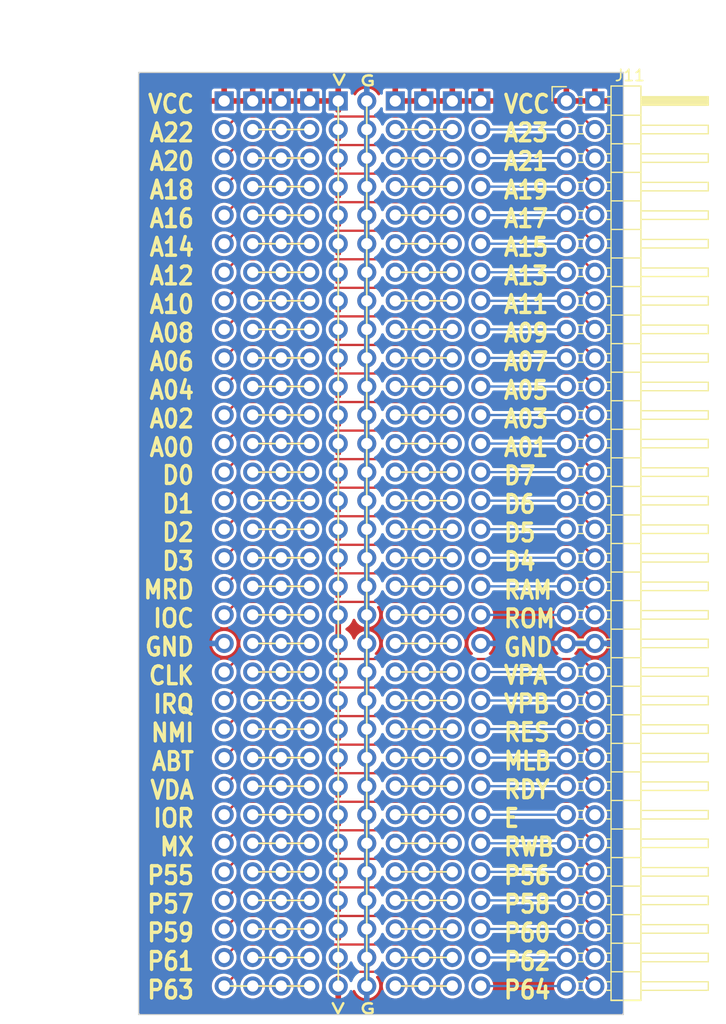
<source format=kicad_pcb>
(kicad_pcb (version 20221018) (generator pcbnew)
  (title_block (title "ITX-65C816") (date "2022-08-27") (rev "1") (company "land-boards.com"))
  (layers (0 "F.Cu" signal) (31 "B.Cu" signal) (36 "B.SilkS" user "B.Silkscreen") (37 "F.SilkS" user "F.Silkscreen") (38 "B.Mask" user) (39 "F.Mask" user) (44 "Edge.Cuts" user))
  (net 0 "")
  (net 1 "/P3")
  (net 2 "GND")
  (net 3 "/P5")
  (net 4 "/P7")
  (net 5 "/P9")
  (net 6 "/P11")
  (net 7 "/P13")
  (net 8 "/P15")
  (net 9 "/P17")
  (net 10 "/P19")
  (net 11 "/P21")
  (net 12 "/P23")
  (net 13 "/P25")
  (net 14 "/P27")
  (net 15 "/P29")
  (net 16 "/P31")
  (net 17 "/P33")
  (net 18 "/P35")
  (net 19 "/P37")
  (net 20 "/P41")
  (net 21 "/P43")
  (net 22 "/P45")
  (net 23 "/P47")
  (net 24 "/P49")
  (net 25 "/P51")
  (net 26 "/P53")
  (net 27 "/P55")
  (net 28 "/P57")
  (net 29 "/P59")
  (net 30 "/P4")
  (net 31 "/P6")
  (net 32 "/P8")
  (net 33 "/P10")
  (net 34 "/P12")
  (net 35 "/P14")
  (net 36 "/P16")
  (net 37 "/P18")
  (net 38 "/P20")
  (net 39 "/P22")
  (net 40 "/P24")
  (net 41 "/P26")
  (net 42 "/P28")
  (net 43 "/P30")
  (net 44 "/P32")
  (net 45 "/P34")
  (net 46 "/P36")
  (net 47 "/P38")
  (net 48 "/P63")
  (net 49 "/P42")
  (net 50 "/P44")
  (net 51 "/P46")
  (net 52 "/P48")
  (net 53 "/P50")
  (net 54 "/P52")
  (net 55 "/P54")
  (net 56 "/P56")
  (net 57 "/P58")
  (net 58 "/P60")
  (net 59 "/P61")
  (net 60 "/P62")
  (net 61 "/P64")
  (net 62 "VCC")
  (net 63 "/CPUA22")
  (net 64 "/CPUA20")
  (net 65 "/CPUA18")
  (net 66 "/CPUA16")
  (net 67 "/CPUA14")
  (net 68 "/CPUA12")
  (net 69 "/CPUA10")
  (net 70 "/CPUA8")
  (net 71 "/CPUA6")
  (net 72 "/CPUA4")
  (net 73 "/CPUA2")
  (net 74 "/CPUA0")
  (net 75 "/CPUD0")
  (net 76 "/CPUD1")
  (net 77 "/CPUD2")
  (net 78 "/CPUD3")
  (net 79 "/~{MEMRD}")
  (net 80 "/~{IOCS}")
  (net 81 "/CPUCLK")
  (net 82 "/~{IRQB}")
  (net 83 "/~{NMIB}")
  (net 84 "/~{ABORT}")
  (net 85 "/VDA")
  (net 86 "/CPUA23")
  (net 87 "/CPUA21")
  (net 88 "/CPUA19")
  (net 89 "/CPUA17")
  (net 90 "/CPUA15")
  (net 91 "/CPUA13")
  (net 92 "/CPUA11")
  (net 93 "/CPUA9")
  (net 94 "/CPUA7")
  (net 95 "/CPUA5")
  (net 96 "/CPUA3")
  (net 97 "/CPUA1")
  (net 98 "/CPUD7")
  (net 99 "/CPUD6")
  (net 100 "/CPUD5")
  (net 101 "/CPUD4")
  (net 102 "/~{RAMCS}")
  (net 103 "/~{ROMCS}")
  (net 104 "/VPA")
  (net 105 "/VPB")
  (net 106 "/~{CPURESB}")
  (net 107 "/MLB")
  (net 108 "/RDY")
  (net 109 "/RWB")
  (net 110 "/CPUE")
  (net 111 "/IOR")
  (net 112 "/MX")
  (net 113 "/X55")
  (net 114 "/X57")
  (net 115 "/X59")
  (net 116 "/X61")
  (net 117 "/X63")
  (net 118 "/X56")
  (net 119 "/X58")
  (net 120 "/X60")
  (net 121 "/X62")
  (net 122 "/X64")
  (net 123 "/P39")
  (net 124 "/P40")
  (footprint "Connector_PinHeader_2.54mm:PinHeader_2x32_P2.54mm_Vertical" (layer "F.Cu") (at 180.34 53.34)
    (fp_text reference "J4" hide)
    (fp_text value "Conn_02x32_Odd_Even")
  )
  (footprint "Connector_PinHeader_2.54mm:PinHeader_1x32_P2.54mm_Vertical" (layer "F.Cu") (at 187.96 53.34)
    (fp_text reference "J2" hide)
    (fp_text value "Conn_01x32")
  )
  (footprint "Connector_PinHeader_2.54mm:PinHeader_1x32_P2.54mm_Vertical" (layer "F.Cu") (at 190.5 53.34)
    (fp_text reference "J1" hide)
    (fp_text value "Conn_01x32")
  )
  (footprint "Connector_PinHeader_2.54mm:PinHeader_1x32_P2.54mm_Vertical" (layer "F.Cu") (at 185.42 53.34)
    (fp_text reference "J3" hide)
    (fp_text value "Conn_01x32")
  )
  (footprint "Connector_PinHeader_2.54mm:PinHeader_1x32_P2.54mm_Vertical" (layer "F.Cu") (at 193.04 53.34)
    (fp_text reference "J10" hide)
    (fp_text value "Conn_01x32")
  )
  (footprint "Connector_PinHeader_2.54mm:PinHeader_1x32_P2.54mm_Vertical" (layer "F.Cu") (at 172.72 53.34)
    (fp_text reference "J7" hide)
    (fp_text value "Conn_01x32")
  )
  (footprint "Connector_PinHeader_2.54mm:PinHeader_1x32_P2.54mm_Vertical" (layer "F.Cu") (at 170.18 53.34)
    (fp_text reference "J9" hide)
    (fp_text value "Conn_01x32")
  )
  (footprint "Connector_PinHeader_2.54mm:PinHeader_1x32_P2.54mm_Vertical" (layer "F.Cu") (at 175.26 53.34)
    (fp_text reference "J6" hide)
    (fp_text value "Conn_01x32")
  )
  (footprint "Connector_PinHeader_2.54mm:PinHeader_1x32_P2.54mm_Vertical" (layer "F.Cu") (at 177.8 53.34)
    (fp_text reference "J5" hide)
    (fp_text value "Conn_01x32")
  )
  (footprint "LandBoards_Conns:PinHeader_2x32_P2.54mm_Horizontal-FLIPPED" (layer "F.Cu") (at 200.66 53.34)
    (fp_text reference "J11")
    (fp_text value "Conn_02x32_Odd_Even")
  )
  (gr_line (start 189.992 68.58) (end 190.5 68.58) (stroke (width 0.15)) (layer "F.SilkS"))
  (gr_line (start 185.42 129.54) (end 190.5 129.54) (stroke (width 0.15)) (layer "F.SilkS"))
  (gr_line (start 172.72 58.42) (end 177.8 58.42) (stroke (width 0.15)) (layer "F.SilkS"))
  (gr_line (start 172.72 81.28) (end 177.8 81.28) (stroke (width 0.15)) (layer "F.SilkS"))
  (gr_line (start 172.72 66.04) (end 177.8 66.04) (stroke (width 0.15)) (layer "F.SilkS"))
  (gr_line (start 172.72 99.06) (end 177.8 99.06) (stroke (width 0.15)) (layer "F.SilkS"))
  (gr_line (start 185.42 86.36) (end 190.5 86.36) (stroke (width 0.15)) (layer "F.SilkS"))
  (gr_line (start 185.42 55.88) (end 190.5 55.88) (stroke (width 0.15)) (layer "F.SilkS"))
  (gr_line (start 172.72 76.2) (end 177.8 76.2) (stroke (width 0.15)) (layer "F.SilkS"))
  (gr_line (start 172.72 78.74) (end 177.8 78.74) (stroke (width 0.15)) (layer "F.SilkS"))
  (gr_line (start 185.42 101.6) (end 190.5 101.6) (stroke (width 0.15)) (layer "F.SilkS"))
  (gr_line (start 172.72 114.3) (end 177.8 114.3) (stroke (width 0.15)) (layer "F.SilkS"))
  (gr_line (start 185.42 76.2) (end 190.5 76.2) (stroke (width 0.15)) (layer "F.SilkS"))
  (gr_line (start 172.72 55.88) (end 177.8 55.88) (stroke (width 0.15)) (layer "F.SilkS"))
  (gr_line (start 185.42 60.96) (end 190.5 60.96) (stroke (width 0.15)) (layer "F.SilkS"))
  (gr_line (start 172.72 71.12) (end 177.8 71.12) (stroke (width 0.15)) (layer "F.SilkS"))
  (gr_line (start 180.34 53.34) (end 180.34 132.08) (stroke (width 0.15)) (layer "F.SilkS"))
  (gr_line (start 172.72 86.36) (end 177.8 86.36) (stroke (width 0.15)) (layer "F.SilkS"))
  (gr_line (start 185.42 124.46) (end 190.5 124.46) (stroke (width 0.15)) (layer "F.SilkS"))
  (gr_line (start 185.42 81.28) (end 190.5 81.28) (stroke (width 0.15)) (layer "F.SilkS"))
  (gr_line (start 172.72 104.14) (end 177.8 104.14) (stroke (width 0.15)) (layer "F.SilkS"))
  (gr_line (start 172.72 93.98) (end 178.308 93.98) (stroke (width 0.15)) (layer "F.SilkS"))
  (gr_line (start 172.72 109.22) (end 177.8 109.22) (stroke (width 0.15)) (layer "F.SilkS"))
  (gr_line (start 185.42 78.74) (end 190.5 78.74) (stroke (width 0.15)) (layer "F.SilkS"))
  (gr_line (start 185.42 58.42) (end 190.5 58.42) (stroke (width 0.15)) (layer "F.SilkS"))
  (gr_line (start 182.88 132.08) (end 182.88 53.34) (stroke (width 0.15)) (layer "F.SilkS"))
  (gr_line (start 172.72 63.5) (end 177.8 63.5) (stroke (width 0.15)) (layer "F.SilkS"))
  (gr_line (start 185.42 104.14) (end 190.5 104.14) (stroke (width 0.15)) (layer "F.SilkS"))
  (gr_line (start 172.72 119.38) (end 177.8 119.38) (stroke (width 0.15)) (layer "F.SilkS"))
  (gr_line (start 172.72 127) (end 177.8 127) (stroke (width 0.15)) (layer "F.SilkS"))
  (gr_line (start 172.72 91.44) (end 177.8 91.44) (stroke (width 0.15)) (layer "F.SilkS"))
  (gr_line (start 185.42 66.04) (end 190.5 66.04) (stroke (width 0.15)) (layer "F.SilkS"))
  (gr_line (start 172.72 60.96) (end 177.8 60.96) (stroke (width 0.15)) (layer "F.SilkS"))
  (gr_line (start 172.72 101.6) (end 177.8 101.6) (stroke (width 0.15)) (layer "F.SilkS"))
  (gr_line (start 172.72 96.52) (end 177.8 96.52) (stroke (width 0.15)) (layer "F.SilkS"))
  (gr_line (start 185.42 68.58) (end 189.992 68.58) (stroke (width 0.15)) (layer "F.SilkS"))
  (gr_line (start 185.42 91.44) (end 190.5 91.44) (stroke (width 0.15)) (layer "F.SilkS"))
  (gr_line (start 185.42 83.82) (end 190.5 83.82) (stroke (width 0.15)) (layer "F.SilkS"))
  (gr_line (start 185.42 121.92) (end 190.5 121.92) (stroke (width 0.15)) (layer "F.SilkS"))
  (gr_line (start 173.228 106.68) (end 177.292 106.68) (stroke (width 0.15)) (layer "F.SilkS"))
  (gr_line (start 172.72 121.92) (end 177.8 121.92) (stroke (width 0.15)) (layer "F.SilkS"))
  (gr_line (start 185.42 132.08) (end 190.5 132.08) (stroke (width 0.15)) (layer "F.SilkS"))
  (gr_line (start 185.42 63.5) (end 190.5 63.5) (stroke (width 0.15)) (layer "F.SilkS"))
  (gr_line (start 172.72 73.66) (end 177.8 73.66) (stroke (width 0.15)) (layer "F.SilkS"))
  (gr_line (start 172.72 68.58) (end 177.8 68.58) (stroke (width 0.15)) (layer "F.SilkS"))
  (gr_line (start 172.72 88.9) (end 177.8 88.9) (stroke (width 0.15)) (layer "F.SilkS"))
  (gr_line (start 185.42 93.98) (end 190.5 93.98) (stroke (width 0.15)) (layer "F.SilkS"))
  (gr_line (start 170.18 132.08) (end 177.8 132.08) (stroke (width 0.15)) (layer "F.SilkS"))
  (gr_line (start 172.72 116.84) (end 177.8 116.84) (stroke (width 0.15)) (layer "F.SilkS"))
  (gr_line (start 185.42 99.06) (end 190.5 99.06) (stroke (width 0.15)) (layer "F.SilkS"))
  (gr_line (start 185.42 111.76) (end 190.5 111.76) (stroke (width 0.15)) (layer "F.SilkS"))
  (gr_line (start 185.42 119.38) (end 190.5 119.38) (stroke (width 0.15)) (layer "F.SilkS"))
  (gr_line (start 172.72 129.54) (end 177.8 129.54) (stroke (width 0.15)) (layer "F.SilkS"))
  (gr_line (start 185.42 73.66) (end 190.5 73.66) (stroke (width 0.15)) (layer "F.SilkS"))
  (gr_line (start 185.928 106.68) (end 190.5 106.68) (stroke (width 0.15)) (layer "F.SilkS"))
  (gr_line (start 185.42 96.52) (end 190.5 96.52) (stroke (width 0.15)) (layer "F.SilkS"))
  (gr_line (start 185.42 71.12) (end 190.5 71.12) (stroke (width 0.15)) (layer "F.SilkS"))
  (gr_line (start 185.42 88.9) (end 190.5 88.9) (stroke (width 0.15)) (layer "F.SilkS"))
  (gr_line (start 172.72 83.82) (end 177.8 83.82) (stroke (width 0.15)) (layer "F.SilkS"))
  (gr_line (start 172.72 111.76) (end 177.8 111.76) (stroke (width 0.15)) (layer "F.SilkS"))
  (gr_line (start 173.228 124.46) (end 177.8 124.46) (stroke (width 0.15)) (layer "F.SilkS"))
  (gr_line (start 185.928 114.3) (end 190.5 114.3) (stroke (width 0.15)) (layer "F.SilkS"))
  (gr_line (start 185.42 127) (end 190.5 127) (stroke (width 0.15)) (layer "F.SilkS"))
  (gr_line (start 185.42 109.22) (end 190.5 109.22) (stroke (width 0.15)) (layer "F.SilkS"))
  (gr_line (start 185.42 116.84) (end 190.5 116.84) (stroke (width 0.15)) (layer "F.SilkS"))
  (gr_line (start 205.74 134.62) (end 205.74 50.8) (stroke (width 0.1)) (layer "Edge.Cuts"))
  (gr_line (start 162.56 134.62) (end 205.74 134.62) (stroke (width 0.1)) (layer "Edge.Cuts"))
  (gr_line (start 162.56 50.8) (end 162.56 134.62) (stroke (width 0.1)) (layer "Edge.Cuts"))
  (gr_line (start 205.74 50.8) (end 162.56 50.8) (stroke (width 0.1)) (layer "Edge.Cuts"))
  (gr_text "IOR\nMX\nP55\nP57\nP59\nP61\nP63" (at 167.64 133.35) (layer "F.SilkS") (effects (font (size 1.58115 1.397) (thickness 0.3048) bold) (justify right bottom)))
  (gr_text "VPA\nVPB\nRES\nMLB\nRDY\nE\nRWB\nP56\nP58\nP60\nP62\nP64" (at 194.945 133.35) (layer "F.SilkS") (effects (font (size 1.58115 1.397) (thickness 0.3048) bold) (justify left bottom)))
  (gr_text "VCC\nA22\nA20\nA18\nA16\nA14\nA12\nA10\nA08\nA06\nA04\nA02\nA00" (at 167.64 85.09) (layer "F.SilkS") (effects (font (size 1.58115 1.397) (thickness 0.3048) bold) (justify right bottom)))
  (gr_text "G" (at 182.118 52.07) (layer "F.SilkS") (effects (font (size 0.889 1.397) (thickness 0.22225) bold) (justify left bottom)))
  (gr_text "V" (at 179.675 52.01) (layer "F.SilkS") (effects (font (size 0.889 1.397) (thickness 0.22225) bold) (justify left bottom)))
  (gr_text "D7\nD6\nD5\nD4\nRAM\nROM\nGND" (at 194.945 102.87) (layer "F.SilkS") (effects (font (size 1.58115 1.397) (thickness 0.3048) bold) (justify left bottom)))
  (gr_text "G" (at 182.118 134.62) (layer "F.SilkS") (effects (font (size 0.889 1.397) (thickness 0.22225) bold) (justify left bottom)))
  (gr_text "V" (at 179.578 134.62) (layer "F.SilkS") (effects (font (size 0.889 1.397) (thickness 0.22225) bold) (justify left bottom)))
  (gr_text "VCC\nA23\nA21\nA19\nA17\nA15\nA13\nA11\nA09\nA07\nA05\nA03\nA01" (at 194.945 85.09) (layer "F.SilkS") (effects (font (size 1.58115 1.397) (thickness 0.3048) bold) (justify left bottom)))
  (gr_text "D0\nD1\nD2\nD3\nMRD\nIOC\nGND\nCLK\nIRQ\nNMI\nABT\nVDA" (at 167.64 115.57) (layer "F.SilkS") (effects (font (size 1.58115 1.397) (thickness 0.3048) bold) (justify right bottom)))
  (segment (start 185.42 55.88) (end 190.5 55.88) (width 0.2032) (layer "F.Cu") (net 1))
  (segment (start 200.66 101.6) (end 203.2 101.6) (width 0.2032) (layer "F.Cu") (net 2))
  (segment (start 185.42 58.42) (end 190.5 58.42) (width 0.2032) (layer "F.Cu") (net 3))
  (segment (start 185.42 60.96) (end 190.5 60.96) (width 0.2032) (layer "F.Cu") (net 4))
  (segment (start 185.42 63.5) (end 190.5 63.5) (width 0.2032) (layer "F.Cu") (net 5))
  (segment (start 185.42 66.04) (end 190.5 66.04) (width 0.2032) (layer "F.Cu") (net 6))
  (segment (start 185.42 68.58) (end 190.5 68.58) (width 0.2032) (layer "F.Cu") (net 7))
  (segment (start 185.42 71.12) (end 190.5 71.12) (width 0.2032) (layer "F.Cu") (net 8))
  (segment (start 185.42 73.66) (end 190.5 73.66) (width 0.2032) (layer "F.Cu") (net 9))
  (segment (start 185.42 76.2) (end 190.5 76.2) (width 0.2032) (layer "F.Cu") (net 10))
  (segment (start 185.42 78.74) (end 190.5 78.74) (width 0.2032) (layer "F.Cu") (net 11))
  (segment (start 185.42 81.28) (end 190.5 81.28) (width 0.2032) (layer "F.Cu") (net 12))
  (segment (start 185.42 83.82) (end 190.5 83.82) (width 0.2032) (layer "F.Cu") (net 13))
  (segment (start 185.42 86.36) (end 190.5 86.36) (width 0.2032) (layer "F.Cu") (net 14))
  (segment (start 185.42 88.9) (end 190.5 88.9) (width 0.2032) (layer "F.Cu") (net 15))
  (segment (start 185.42 91.44) (end 190.5 91.44) (width 0.2032) (layer "F.Cu") (net 16))
  (segment (start 185.42 93.98) (end 190.5 93.98) (width 0.2032) (layer "F.Cu") (net 17))
  (segment (start 185.42 96.52) (end 190.5 96.52) (width 0.2032) (layer "F.Cu") (net 18))
  (segment (start 185.42 99.06) (end 190.5 99.06) (width 0.2032) (layer "F.Cu") (net 19))
  (segment (start 185.42 104.14) (end 190.5 104.14) (width 0.2032) (layer "F.Cu") (net 20))
  (segment (start 185.42 106.68) (end 190.5 106.68) (width 0.2032) (layer "F.Cu") (net 21))
  (segment (start 185.42 109.22) (end 190.5 109.22) (width 0.2032) (layer "F.Cu") (net 22))
  (segment (start 185.42 111.76) (end 190.5 111.76) (width 0.2032) (layer "F.Cu") (net 23))
  (segment (start 185.42 114.3) (end 190.5 114.3) (width 0.2032) (layer "F.Cu") (net 24))
  (segment (start 185.42 116.84) (end 190.5 116.84) (width 0.2032) (layer "F.Cu") (net 25))
  (segment (start 185.42 119.38) (end 190.5 119.38) (width 0.2032) (layer "F.Cu") (net 26))
  (segment (start 185.42 121.92) (end 190.5 121.92) (width 0.2032) (layer "F.Cu") (net 27))
  (segment (start 185.42 124.46) (end 190.5 124.46) (width 0.2032) (layer "F.Cu") (net 28))
  (segment (start 185.42 127) (end 190.5 127) (width 0.2032) (layer "F.Cu") (net 29))
  (segment (start 172.72 55.88) (end 175.26 55.88) (width 0.2032) (layer "F.Cu") (net 30))
  (segment (start 175.26 55.88) (end 177.8 55.88) (width 0.2032) (layer "F.Cu") (net 30))
  (segment (start 175.26 58.42) (end 172.72 58.42) (width 0.2032) (layer "F.Cu") (net 31))
  (segment (start 177.8 58.42) (end 175.26 58.42) (width 0.2032) (layer "F.Cu") (net 31))
  (segment (start 172.72 60.96) (end 175.26 60.96) (width 0.2032) (layer "F.Cu") (net 32))
  (segment (start 175.26 60.96) (end 177.8 60.96) (width 0.2032) (layer "F.Cu") (net 32))
  (segment (start 175.26 63.5) (end 177.8 63.5) (width 0.2032) (layer "F.Cu") (net 33))
  (segment (start 172.72 63.5) (end 175.26 63.5) (width 0.2032) (layer "F.Cu") (net 33))
  (segment (start 175.26 66.04) (end 172.72 66.04) (width 0.2032) (layer "F.Cu") (net 34))
  (segment (start 177.8 66.04) (end 175.26 66.04) (width 0.2032) (layer "F.Cu") (net 34))
  (segment (start 175.26 68.58) (end 177.8 68.58) (width 0.2032) (layer "F.Cu") (net 35))
  (segment (start 172.72 68.58) (end 175.26 68.58) (width 0.2032) (layer "F.Cu") (net 35))
  (segment (start 175.26 71.12) (end 177.8 71.12) (width 0.2032) (layer "F.Cu") (net 36))
  (segment (start 172.72 71.12) (end 175.26 71.12) (width 0.2032) (layer "F.Cu") (net 36))
  (segment (start 177.8 73.66) (end 175.26 73.66) (width 0.2032) (layer "F.Cu") (net 37))
  (segment (start 175.26 73.66) (end 172.72 73.66) (width 0.2032) (layer "F.Cu") (net 37))
  (segment (start 172.72 76.2) (end 175.26 76.2) (width 0.2032) (layer "F.Cu") (net 38))
  (segment (start 177.8 76.2) (end 175.26 76.2) (width 0.2032) (layer "F.Cu") (net 38))
  (segment (start 175.26 78.74) (end 177.8 78.74) (width 0.2032) (layer "F.Cu") (net 39))
  (segment (start 172.72 78.74) (end 175.26 78.74) (width 0.2032) (layer "F.Cu") (net 39))
  (segment (start 172.72 81.28) (end 177.8 81.28) (width 0.2032) (layer "F.Cu") (net 40))
  (segment (start 177.8 83.82) (end 172.72 83.82) (width 0.2032) (layer "F.Cu") (net 41))
  (segment (start 172.72 86.36) (end 177.8 86.36) (width 0.2032) (layer "F.Cu") (net 42))
  (segment (start 172.72 88.9) (end 177.8 88.9) (width 0.2032) (layer "F.Cu") (net 43))
  (segment (start 172.72 91.44) (end 175.26 91.44) (width 0.2032) (layer "F.Cu") (net 44))
  (segment (start 175.26 91.44) (end 177.8 91.44) (width 0.2032) (layer "F.Cu") (net 44))
  (segment (start 172.72 93.98) (end 175.26 93.98) (width 0.2032) (layer "F.Cu") (net 45))
  (segment (start 175.26 93.98) (end 177.8 93.98) (width 0.2032) (layer "F.Cu") (net 45))
  (segment (start 177.8 96.52) (end 172.72 96.52) (width 0.2032) (layer "F.Cu") (net 46))
  (segment (start 172.72 99.06) (end 177.8 99.06) (width 0.2032) (layer "F.Cu") (net 47))
  (segment (start 185.42 132.08) (end 190.5 132.08) (width 0.2032) (layer "F.Cu") (net 48))
  (segment (start 172.72 104.14) (end 177.8 104.14) (width 0.2032) (layer "F.Cu") (net 49))
  (segment (start 172.72 106.68) (end 177.8 106.68) (width 0.2032) (layer "F.Cu") (net 50))
  (segment (start 172.72 109.22) (end 177.8 109.22) (width 0.2032) (layer "F.Cu") (net 51))
  (segment (start 172.72 111.76) (end 177.8 111.76) (width 0.2032) (layer "F.Cu") (net 52))
  (segment (start 172.72 114.3) (end 177.8 114.3) (width 0.2032) (layer "F.Cu") (net 53))
  (segment (start 172.72 116.84) (end 177.8 116.84) (width 0.2032) (layer "F.Cu") (net 54))
  (segment (start 172.72 119.38) (end 177.8 119.38) (width 0.2032) (layer "F.Cu") (net 55))
  (segment (start 172.72 121.92) (end 177.8 121.92) (width 0.2032) (layer "F.Cu") (net 56))
  (segment (start 172.72 124.46) (end 177.8 124.46) (width 0.2032) (layer "F.Cu") (net 57))
  (segment (start 172.72 127) (end 177.8 127) (width 0.2032) (layer "F.Cu") (net 58))
  (segment (start 185.42 129.54) (end 190.5 129.54) (width 0.2032) (layer "F.Cu") (net 59))
  (segment (start 172.72 129.54) (end 177.8 129.54) (width 0.2032) (layer "F.Cu") (net 60))
  (segment (start 172.72 132.08) (end 177.8 132.08) (width 0.2032) (layer "F.Cu") (net 61))
  (segment (start 193.04 53.34) (end 190.5 53.34) (width 0.2032) (layer "F.Cu") (net 62))
  (segment (start 187.96 53.34) (end 185.42 53.34) (width 0.2032) (layer "F.Cu") (net 62))
  (segment (start 175.26 53.34) (end 172.72 53.34) (width 0.2032) (layer "F.Cu") (net 62))
  (segment (start 190.5 53.34) (end 187.96 53.34) (width 0.2032) (layer "F.Cu") (net 62))
  (segment (start 180.34 53.34) (end 177.8 53.34) (width 0.2032) (layer "F.Cu") (net 62))
  (segment (start 172.72 53.34) (end 170.18 53.34) (width 0.2032) (layer "F.Cu") (net 62))
  (segment (start 177.8 53.34) (end 175.26 53.34) (width 0.2032) (layer "F.Cu") (net 62))
  (segment (start 180.34 91.44) (end 180.34 93.98) (width 0.2032) (layer "B.Cu") (net 62))
  (segment (start 180.34 96.52) (end 180.34 99.06) (width 0.2032) (layer "B.Cu") (net 62))
  (segment (start 180.34 55.88) (end 180.34 58.42) (width 0.2032) (layer "B.Cu") (net 62))
  (segment (start 180.34 63.5) (end 180.34 66.04) (width 0.2032) (layer "B.Cu") (net 62))
  (segment (start 180.34 93.98) (end 180.34 96.52) (width 0.2032) (layer "B.Cu") (net 62))
  (segment (start 180.34 116.84) (end 180.34 114.3) (width 0.2032) (layer "B.Cu") (net 62))
  (segment (start 180.34 88.9) (end 180.34 91.44) (width 0.2032) (layer "B.Cu") (net 62))
  (segment (start 180.34 81.28) (end 180.34 83.82) (width 0.2032) (layer "B.Cu") (net 62))
  (segment (start 180.34 101.6) (end 180.34 104.14) (width 0.2032) (layer "B.Cu") (net 62))
  (segment (start 180.34 124.46) (end 180.34 127) (width 0.2032) (layer "B.Cu") (net 62))
  (segment (start 180.34 86.36) (end 180.34 88.9) (width 0.2032) (layer "B.Cu") (net 62))
  (segment (start 180.34 78.74) (end 180.34 81.28) (width 0.2032) (layer "B.Cu") (net 62))
  (segment (start 180.34 121.92) (end 180.34 124.46) (width 0.2032) (layer "B.Cu") (net 62))
  (segment (start 180.34 106.68) (end 180.34 109.22) (width 0.2032) (layer "B.Cu") (net 62))
  (segment (start 180.34 111.76) (end 180.34 114.3) (width 0.2032) (layer "B.Cu") (net 62))
  (segment (start 180.34 99.06) (end 180.34 101.6) (width 0.2032) (layer "B.Cu") (net 62))
  (segment (start 180.34 58.42) (end 180.34 60.96) (width 0.2032) (layer "B.Cu") (net 62))
  (segment (start 180.34 104.14) (end 180.34 106.68) (width 0.2032) (layer "B.Cu") (net 62))
  (segment (start 180.34 71.12) (end 180.34 73.66) (width 0.2032) (layer "B.Cu") (net 62))
  (segment (start 180.34 73.66) (end 180.34 76.2) (width 0.2032) (layer "B.Cu") (net 62))
  (segment (start 180.34 86.36) (end 180.34 83.82) (width 0.2032) (layer "B.Cu") (net 62))
  (segment (start 180.34 116.84) (end 180.34 119.38) (width 0.2032) (layer "B.Cu") (net 62))
  (segment (start 180.34 60.96) (end 180.34 63.5) (width 0.2032) (layer "B.Cu") (net 62))
  (segment (start 180.34 119.38) (end 180.34 121.92) (width 0.2032) (layer "B.Cu") (net 62))
  (segment (start 180.34 53.34) (end 180.34 55.88) (width 0.2032) (layer "B.Cu") (net 62))
  (segment (start 180.34 109.22) (end 180.34 111.76) (width 0.2032) (layer "B.Cu") (net 62))
  (segment (start 180.34 66.04) (end 180.34 68.58) (width 0.2032) (layer "B.Cu") (net 62))
  (segment (start 180.34 68.58) (end 180.34 71.12) (width 0.2032) (layer "B.Cu") (net 62))
  (segment (start 180.34 127) (end 180.34 129.54) (width 0.2032) (layer "B.Cu") (net 62))
  (segment (start 180.34 76.2) (end 180.34 78.74) (width 0.2032) (layer "B.Cu") (net 62))
  (segment (start 203.2 55.88) (end 202.0452 54.7252) (width 0.2032) (layer "F.Cu") (net 63))
  (segment (start 171.3348 54.7252) (end 170.18 55.88) (width 0.2032) (layer "F.Cu") (net 63))
  (segment (start 202.0452 54.7252) (end 171.3348 54.7252) (width 0.2032) (layer "F.Cu") (net 63))
  (segment (start 171.3348 57.2652) (end 170.18 58.42) (width 0.2032) (layer "F.Cu") (net 64))
  (segment (start 203.2 58.42) (end 202.0452 57.2652) (width 0.2032) (layer "F.Cu") (net 64))
  (segment (start 202.0452 57.2652) (end 171.3348 57.2652) (width 0.2032) (layer "F.Cu") (net 64))
  (segment (start 202.0452 59.8052) (end 171.3348 59.8052) (width 0.2032) (layer "F.Cu") (net 65))
  (segment (start 171.3348 59.8052) (end 170.18 60.96) (width 0.2032) (layer "F.Cu") (net 65))
  (segment (start 203.2 60.96) (end 202.0452 59.8052) (width 0.2032) (layer "F.Cu") (net 65))
  (segment (start 171.3348 62.3452) (end 170.18 63.5) (width 0.2032) (layer "F.Cu") (net 66))
  (segment (start 203.2 63.5) (end 202.0452 62.3452) (width 0.2032) (layer "F.Cu") (net 66))
  (segment (start 202.0452 62.3452) (end 171.3348 62.3452) (width 0.2032) (layer "F.Cu") (net 66))
  (segment (start 203.2 66.04) (end 202.0452 64.8852) (width 0.2032) (layer "F.Cu") (net 67))
  (segment (start 171.3348 64.8852) (end 170.18 66.04) (width 0.2032) (layer "F.Cu") (net 67))
  (segment (start 202.0452 64.8852) (end 171.3348 64.8852) (width 0.2032) (layer "F.Cu") (net 67))
  (segment (start 202.0452 67.4252) (end 171.3348 67.4252) (width 0.2032) (layer "F.Cu") (net 68))
  (segment (start 203.2 68.58) (end 202.0452 67.4252) (width 0.2032) (layer "F.Cu") (net 68))
  (segment (start 171.3348 67.4252) (end 170.18 68.58) (width 0.2032) (layer "F.Cu") (net 68))
  (segment (start 202.0452 69.9652) (end 171.3348 69.9652) (width 0.2032) (layer "F.Cu") (net 69))
  (segment (start 203.2 71.12) (end 202.0452 69.9652) (width 0.2032) (layer "F.Cu") (net 69))
  (segment (start 171.3348 69.9652) (end 170.18 71.12) (width 0.2032) (layer "F.Cu") (net 69))
  (segment (start 203.2 73.66) (end 202.0452 72.5052) (width 0.2032) (layer "F.Cu") (net 70))
  (segment (start 171.3348 72.5052) (end 170.18 73.66) (width 0.2032) (layer "F.Cu") (net 70))
  (segment (start 202.0452 72.5052) (end 171.3348 72.5052) (width 0.2032) (layer "F.Cu") (net 70))
  (segment (start 203.2 76.2) (end 202.0452 75.0452) (width 0.2032) (layer "F.Cu") (net 71))
  (segment (start 202.0452 75.0452) (end 171.3348 75.0452) (width 0.2032) (layer "F.Cu") (net 71))
  (segment (start 171.3348 75.0452) (end 170.18 76.2) (width 0.2032) (layer "F.Cu") (net 71))
  (segment (start 170.18 78.74) (end 171.3348 77.5852) (width 0.2032) (layer "F.Cu") (net 72))
  (segment (start 171.3348 77.5852) (end 202.0452 77.5852) (width 0.2032) (layer "F.Cu") (net 72))
  (segment (start 202.0452 77.5852) (end 203.2 78.74) (width 0.2032) (layer "F.Cu") (net 72))
  (segment (start 203.2 81.28) (end 202.0452 80.1252) (width 0.2032) (layer "F.Cu") (net 73))
  (segment (start 171.3348 80.1252) (end 170.18 81.28) (width 0.2032) (layer "F.Cu") (net 73))
  (segment (start 202.0452 80.1252) (end 171.3348 80.1252) (width 0.2032) (layer "F.Cu") (net 73))
  (segment (start 203.2 83.82) (end 202.0452 82.6652) (width 0.2032) (layer "F.Cu") (net 74))
  (segment (start 171.3348 82.6652) (end 170.18 83.82) (width 0.2032) (layer "F.Cu") (net 74))
  (segment (start 202.0452 82.6652) (end 171.3348 82.6652) (width 0.2032) (layer "F.Cu") (net 74))
  (segment (start 202.0452 85.2052) (end 171.3348 85.2052) (width 0.2032) (layer "F.Cu") (net 75))
  (segment (start 203.2 86.36) (end 202.0452 85.2052) (width 0.2032) (layer "F.Cu") (net 75))
  (segment (start 171.3348 85.2052) (end 170.18 86.36) (width 0.2032) (layer "F.Cu") (net 75))
  (segment (start 203.2 88.9) (end 202.0452 87.7452) (width 0.2032) (layer "F.Cu") (net 76))
  (segment (start 202.0452 87.7452) (end 171.3348 87.7452) (width 0.2032) (layer "F.Cu") (net 76))
  (segment (start 171.3348 87.7452) (end 170.18 88.9) (width 0.2032) (layer "F.Cu") (net 76))
  (segment (start 202.0452 90.2852) (end 171.3348 90.2852) (width 0.2032) (layer "F.Cu") (net 77))
  (segment (start 171.3348 90.2852) (end 170.18 91.44) (width 0.2032) (layer "F.Cu") (net 77))
  (segment (start 203.2 91.44) (end 202.0452 90.2852) (width 0.2032) (layer "F.Cu") (net 77))
  (segment (start 203.2 93.98) (end 202.0452 92.8252) (width 0.2032) (layer "F.Cu") (net 78))
  (segment (start 171.3348 92.8252) (end 170.18 93.98) (width 0.2032) (layer "F.Cu") (net 78))
  (segment (start 202.0452 92.8252) (end 171.3348 92.8252) (width 0.2032) (layer "F.Cu") (net 78))
  (segment (start 203.2 96.52) (end 202.0452 95.3652) (width 0.2032) (layer "F.Cu") (net 79))
  (segment (start 171.3348 95.3652) (end 170.18 96.52) (width 0.2032) (layer "F.Cu") (net 79))
  (segment (start 202.0452 95.3652) (end 171.3348 95.3652) (width 0.2032) (layer "F.Cu") (net 79))
  (segment (start 202.0452 97.9052) (end 171.3348 97.9052) (width 0.2032) (layer "F.Cu") (net 80))
  (segment (start 203.2 99.06) (end 202.0452 97.9052) (width 0.2032) (layer "F.Cu") (net 80))
  (segment (start 171.3348 97.9052) (end 170.18 99.06) (width 0.2032) (layer "F.Cu") (net 80))
  (segment (start 203.2 104.14) (end 202.0452 102.9852) (width 0.2032) (layer "F.Cu") (net 81))
  (segment (start 171.3348 102.9852) (end 170.18 104.14) (width 0.2032) (layer "F.Cu") (net 81))
  (segment (start 202.0452 102.9852) (end 171.3348 102.9852) (width 0.2032) (layer "F.Cu") (net 81))
  (segment (start 171.3348 105.5252) (end 170.18 106.68) (width 0.2032) (layer "F.Cu") (net 82))
  (segment (start 203.2 106.68) (end 202.0452 105.5252) (width 0.2032) (layer "F.Cu") (net 82))
  (segment (start 202.0452 105.5252) (end 171.3348 105.5252) (width 0.2032) (layer "F.Cu") (net 82))
  (segment (start 171.3348 108.0652) (end 170.18 109.22) (width 0.2032) (layer "F.Cu") (net 83))
  (segment (start 203.2 109.22) (end 202.0452 108.0652) (width 0.2032) (layer "F.Cu") (net 83))
  (segment (start 202.0452 108.0652) (end 171.3348 108.0652) (width 0.2032) (layer "F.Cu") (net 83))
  (segment (start 203.2 111.76) (end 202.0452 110.6052) (width 0.2032) (layer "F.Cu") (net 84))
  (segment (start 171.3348 110.6052) (end 170.18 111.76) (width 0.2032) (layer "F.Cu") (net 84))
  (segment (start 202.0452 110.6052) (end 171.3348 110.6052) (width 0.2032) (layer "F.Cu") (net 84))
  (segment (start 171.3348 113.1452) (end 170.18 114.3) (width 0.2032) (layer "F.Cu") (net 85))
  (segment (start 202.0452 113.1452) (end 171.3348 113.1452) (width 0.2032) (layer "F.Cu") (net 85))
  (segment (start 203.2 114.3) (end 202.0452 113.1452) (width 0.2032) (layer "F.Cu") (net 85))
  (segment (start 200.66 55.88) (end 193.04 55.88) (width 0.2032) (layer "B.Cu") (net 86))
  (segment (start 193.04 58.42) (end 200.66 58.42) (width 0.2032) (layer "B.Cu") (net 87))
  (segment (start 200.66 60.96) (end 193.04 60.96) (width 0.2032) (layer "B.Cu") (net 88))
  (segment (start 193.04 63.5) (end 200.66 63.5) (width 0.2032) (layer "B.Cu") (net 89))
  (segment (start 193.04 66.04) (end 200.66 66.04) (width 0.2032) (layer "B.Cu") (net 90))
  (segment (start 193.04 68.58) (end 200.66 68.58) (width 0.2032) (layer "B.Cu") (net 91))
  (segment (start 193.04 71.12) (end 200.66 71.12) (width 0.2032) (layer "B.Cu") (net 92))
  (segment (start 193.04 73.66) (end 200.66 73.66) (width 0.2032) (layer "B.Cu") (net 93))
  (segment (start 193.04 76.2) (end 200.66 76.2) (width 0.2032) (layer "B.Cu") (net 94))
  (segment (start 193.04 78.74) (end 200.66 78.74) (width 0.2032) (layer "B.Cu") (net 95))
  (segment (start 193.04 81.28) (end 200.66 81.28) (width 0.2032) (layer "B.Cu") (net 96))
  (segment (start 193.04 83.82) (end 200.66 83.82) (width 0.2032) (layer "B.Cu") (net 97))
  (segment (start 193.04 86.36) (end 200.66 86.36) (width 0.2032) (layer "B.Cu") (net 98))
  (segment (start 193.04 88.9) (end 200.66 88.9) (width 0.2032) (layer "B.Cu") (net 99))
  (segment (start 193.04 91.44) (end 200.66 91.44) (width 0.2032) (layer "B.Cu") (net 100))
  (segment (start 193.04 93.98) (end 200.66 93.98) (width 0.2032) (layer "B.Cu") (net 101))
  (segment (start 193.04 96.52) (end 200.66 96.52) (width 0.2032) (layer "B.Cu") (net 102))
  (segment (start 193.04 99.06) (end 200.66 99.06) (width 0.2032) (layer "B.Cu") (net 103))
  (segment (start 193.04 104.14) (end 200.66 104.14) (width 0.2032) (layer "B.Cu") (net 104))
  (segment (start 193.04 106.68) (end 200.66 106.68) (width 0.2032) (layer "B.Cu") (net 105))
  (segment (start 193.04 109.22) (end 200.66 109.22) (width 0.2032) (layer "B.Cu") (net 106))
  (segment (start 193.04 111.76) (end 200.66 111.76) (width 0.2032) (layer "B.Cu") (net 107))
  (segment (start 193.04 114.3) (end 200.66 114.3) (width 0.2032) (layer "B.Cu") (net 108))
  (segment (start 193.04 119.38) (end 200.66 119.38) (width 0.2032) (layer "B.Cu") (net 109))
  (segment (start 193.04 116.84) (end 200.66 116.84) (width 0.2032) (layer "B.Cu") (net 110))
  (segment (start 171.3348 115.6852) (end 170.18 116.84) (width 0.2032) (layer "F.Cu") (net 111))
  (segment (start 203.2 116.84) (end 202.0452 115.6852) (width 0.2032) (layer "F.Cu") (net 111))
  (segment (start 202.0452 115.6852) (end 171.3348 115.6852) (width 0.2032) (layer "F.Cu") (net 111))
  (segment (start 202.0452 118.2252) (end 171.3348 118.2252) (width 0.2032) (layer "F.Cu") (net 112))
  (segment (start 203.2 119.38) (end 202.0452 118.2252) (width 0.2032) (layer "F.Cu") (net 112))
  (segment (start 171.3348 118.2252) (end 170.18 119.38) (width 0.2032) (layer "F.Cu") (net 112))
  (segment (start 202.0452 120.7652) (end 171.3348 120.7652) (width 0.2032) (layer "F.Cu") (net 113))
  (segment (start 171.3348 120.7652) (end 170.18 121.92) (width 0.2032) (layer "F.Cu") (net 113))
  (segment (start 203.2 121.92) (end 202.0452 120.7652) (width 0.2032) (layer "F.Cu") (net 113))
  (segment (start 171.3348 123.3052) (end 170.18 124.46) (width 0.2032) (layer "F.Cu") (net 114))
  (segment (start 203.2 124.46) (end 202.0452 123.3052) (width 0.2032) (layer "F.Cu") (net 114))
  (segment (start 202.0452 123.3052) (end 171.3348 123.3052) (width 0.2032) (layer "F.Cu") (net 114))
  (segment (start 202.0452 125.8452) (end 171.3348 125.8452) (width 0.2032) (layer "F.Cu") (net 115))
  (segment (start 171.3348 125.8452) (end 170.18 127) (width 0.2032) (layer "F.Cu") (net 115))
  (segment (start 203.2 127) (end 202.0452 125.8452) (width 0.2032) (layer "F.Cu") (net 115))
  (segment (start 202.0452 128.3852) (end 171.3348 128.3852) (width 0.2032) (layer "F.Cu") (net 116))
  (segment (start 171.3348 128.3852) (end 170.18 129.54) (width 0.2032) (layer "F.Cu") (net 116))
  (segment (start 203.2 129.54) (end 202.0452 128.3852) (width 0.2032) (layer "F.Cu") (net 116))
  (segment (start 171.45 130.81) (end 170.18 132.08) (width 0.2032) (layer "F.Cu") (net 117))
  (segment (start 201.93 130.81) (end 171.45 130.81) (width 0.2032) (layer "F.Cu") (net 117))
  (segment (start 203.2 132.08) (end 201.93 130.81) (width 0.2032) (layer "F.Cu") (net 117))
  (segment (start 193.04 121.92) (end 200.66 121.92) (width 0.2032) (layer "B.Cu") (net 118))
  (segment (start 193.04 124.46) (end 200.66 124.46) (width 0.2032) (layer "B.Cu") (net 119))
  (segment (start 193.04 127) (end 200.66 127) (width 0.2032) (layer "B.Cu") (net 120))
  (segment (start 193.04 129.54) (end 200.66 129.54) (width 0.2032) (layer "B.Cu") (net 121))
  (segment (start 193.04 132.08) (end 200.66 132.08) (width 0.2032) (layer "B.Cu") (net 122))
  (segment (start 185.42 101.6) (end 190.5 101.6) (width 0.2032) (layer "F.Cu") (net 123))
  (segment (start 172.72 101.6) (end 177.8 101.6) (width 0.2032) (layer "F.Cu") (net 124))
  (zone (net 62) (net_name "VCC") (layer "F.Cu") (connect_pads (clearance 0.254)) (min_thickness 0.25) (fill yes (thermal_gap 0.5) (thermal_bridge_width 0.5))
    (polygon (pts (xy 168.91 50.8) (xy 205.74 50.8) (xy 205.74 134.62) (xy 162.56 134.62) (xy 162.56 50.8)))
  )
  (zone (net 2) (net_name "GND") (layer "B.Cu") (priority 1) (connect_pads (clearance 0.254)) (min_thickness 0.25) (fill yes (thermal_gap 0.5) (thermal_bridge_width 0.5))
    (polygon (pts (xy 162.56 50.8) (xy 205.74 50.8) (xy 205.74 134.62) (xy 162.56 134.62)))
  )
)
</source>
